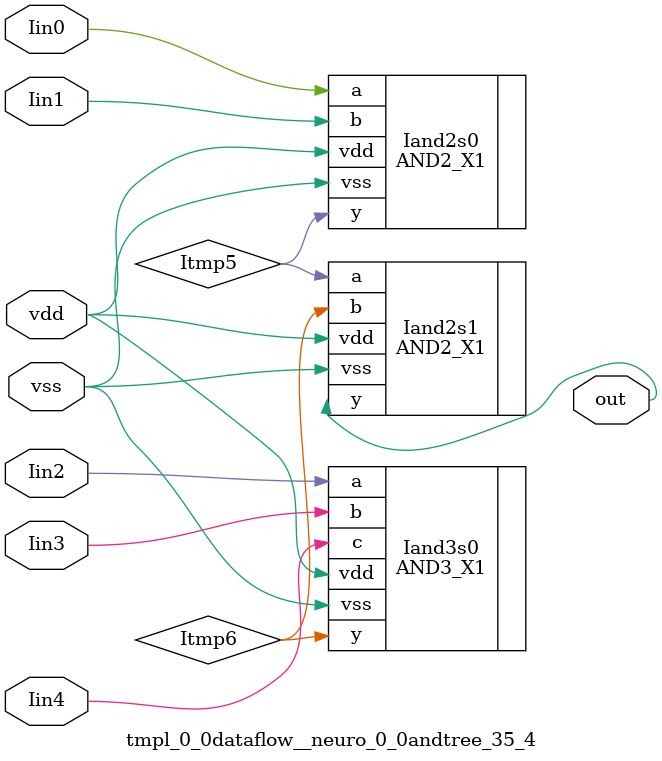
<source format=v>
module tmpl_0_0dataflow__neuro_0_0andtree_35_4(Iin0 , Iin1 , Iin2 , Iin3 , Iin4 , out, vdd, vss); 
   input vdd;
   input vss;
   input Iin0 ;
   input Iin1 ;
   input Iin2 ;
   input Iin3 ;
   input Iin4 ;
   output out;

// -- signals ---
   wire Iin0 ;
   wire Iin1 ;
   wire Itmp5 ;
   wire Itmp6 ;
   wire Iin3 ;
   wire Iin2 ;
   wire out ;
   wire Iin4 ;

// --- instances
AND3_X1 Iand3s0  (.y(Itmp6 ), .a(Iin2 ), .b(Iin3 ), .c(Iin4 ), .vdd(vdd), .vss(vss));
AND2_X1 Iand2s0  (.y(Itmp5 ), .a(Iin0 ), .b(Iin1 ), .vdd(vdd), .vss(vss));
AND2_X1 Iand2s1  (.y(out), .a(Itmp5 ), .b(Itmp6 ), .vdd(vdd), .vss(vss));
endmodule
</source>
